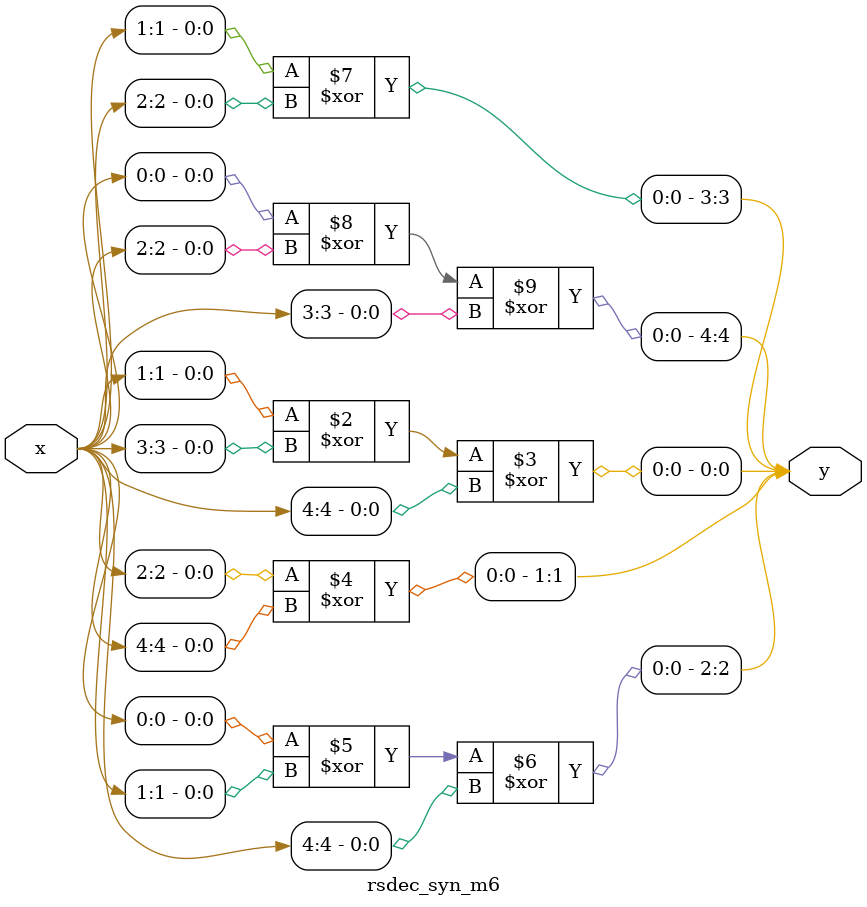
<source format=v>
module rsdec_syn_m6 (y, x);
	input [4:0] x;
	output [4:0] y;
	reg [4:0] y;
	always @ (x)
	begin
		y[0] = x[1] ^ x[3] ^ x[4];
		y[1] = x[2] ^ x[4];
		y[2] = x[0] ^ x[1] ^ x[4];
		y[3] = x[1] ^ x[2];
		y[4] = x[0] ^ x[2] ^ x[3];
	end
endmodule
</source>
